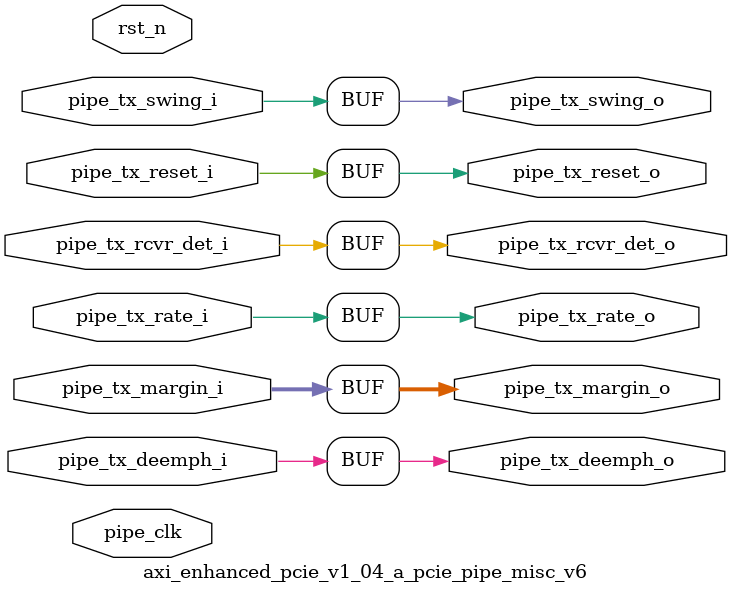
<source format=v>

`timescale 1ns/1ns

module axi_enhanced_pcie_v1_04_a_pcie_pipe_misc_v6 #
(
    parameter        PIPE_PIPELINE_STAGES = 0    // 0 - 0 stages, 1 - 1 stage, 2 - 2 stages
)
(

    input   wire        pipe_tx_rcvr_det_i       ,
    input   wire        pipe_tx_reset_i          ,
    input   wire        pipe_tx_rate_i           ,
    input   wire        pipe_tx_deemph_i         ,
    input   wire [2:0]  pipe_tx_margin_i         ,
    input   wire        pipe_tx_swing_i          ,

    output  wire        pipe_tx_rcvr_det_o       ,
    output  wire        pipe_tx_reset_o          ,
    output  wire        pipe_tx_rate_o           ,
    output  wire        pipe_tx_deemph_o         ,
    output  wire [2:0]  pipe_tx_margin_o         ,
    output  wire        pipe_tx_swing_o          ,
 
    input   wire        pipe_clk                , 
    input   wire        rst_n 
);

//******************************************************************//
// Reality check.                                                   //
//******************************************************************//

    localparam TCQ  = 1;      // clock to out delay model

    reg                pipe_tx_rcvr_det_q       ;
    reg                pipe_tx_reset_q          ;
    reg                pipe_tx_rate_q           ;
    reg                pipe_tx_deemph_q         ;
    reg [2:0]          pipe_tx_margin_q         ;
    reg                pipe_tx_swing_q          ;

    reg                pipe_tx_rcvr_det_qq      ;
    reg                pipe_tx_reset_qq         ;
    reg                pipe_tx_rate_qq          ;
    reg                pipe_tx_deemph_qq        ;
    reg [2:0]          pipe_tx_margin_qq        ;
    reg                pipe_tx_swing_qq         ;

    generate

      if (PIPE_PIPELINE_STAGES == 0) begin


        assign pipe_tx_rcvr_det_o = pipe_tx_rcvr_det_i;
        assign pipe_tx_reset_o  = pipe_tx_reset_i;
        assign pipe_tx_rate_o = pipe_tx_rate_i;
        assign pipe_tx_deemph_o = pipe_tx_deemph_i;
        assign pipe_tx_margin_o = pipe_tx_margin_i;
        assign pipe_tx_swing_o = pipe_tx_swing_i;

      end else if (PIPE_PIPELINE_STAGES == 1) begin

        always @(posedge pipe_clk) begin

          if (rst_n) begin

            pipe_tx_rcvr_det_q <= #TCQ 0;
            pipe_tx_reset_q  <= #TCQ 1'b1;
            pipe_tx_rate_q <= #TCQ 0;
            pipe_tx_deemph_q <= #TCQ 1'b1;
            pipe_tx_margin_q <= #TCQ 0;
            pipe_tx_swing_q <= #TCQ 0;

          end else begin
       
            pipe_tx_rcvr_det_q <= #TCQ pipe_tx_rcvr_det_i;
            pipe_tx_reset_q  <= #TCQ pipe_tx_reset_i;
            pipe_tx_rate_q <= #TCQ pipe_tx_rate_i;
            pipe_tx_deemph_q <= #TCQ pipe_tx_deemph_i;
            pipe_tx_margin_q <= #TCQ pipe_tx_margin_i;
            pipe_tx_swing_q <= #TCQ pipe_tx_swing_i;

          end
       
        end

        assign pipe_tx_rcvr_det_o = pipe_tx_rcvr_det_q;
        assign pipe_tx_reset_o  = pipe_tx_reset_q;
        assign pipe_tx_rate_o = pipe_tx_rate_q;
        assign pipe_tx_deemph_o = pipe_tx_deemph_q;
        assign pipe_tx_margin_o = pipe_tx_margin_q;
        assign pipe_tx_swing_o = pipe_tx_swing_q;

      end else if (PIPE_PIPELINE_STAGES == 2) begin

        always @(posedge pipe_clk) begin

          if (rst_n) begin

            pipe_tx_rcvr_det_q <= #TCQ 0;
            pipe_tx_reset_q  <= #TCQ 1'b1;
            pipe_tx_rate_q <= #TCQ 0;
            pipe_tx_deemph_q <= #TCQ 1'b1;
            pipe_tx_margin_q <= #TCQ 0;
            pipe_tx_swing_q <= #TCQ 0;

            pipe_tx_rcvr_det_qq <= #TCQ 0;
            pipe_tx_reset_qq  <= #TCQ 1'b1;
            pipe_tx_rate_qq <= #TCQ 0;
            pipe_tx_deemph_qq <= #TCQ 1'b1;
            pipe_tx_margin_qq <= #TCQ 0;
            pipe_tx_swing_qq <= #TCQ 0;

          end else begin
       
            pipe_tx_rcvr_det_q <= #TCQ pipe_tx_rcvr_det_i;
            pipe_tx_reset_q  <= #TCQ pipe_tx_reset_i;
            pipe_tx_rate_q <= #TCQ pipe_tx_rate_i;
            pipe_tx_deemph_q <= #TCQ pipe_tx_deemph_i;
            pipe_tx_margin_q <= #TCQ pipe_tx_margin_i;
            pipe_tx_swing_q <= #TCQ pipe_tx_swing_i;

            pipe_tx_rcvr_det_qq <= #TCQ pipe_tx_rcvr_det_q;
            pipe_tx_reset_qq  <= #TCQ pipe_tx_reset_q;
            pipe_tx_rate_qq <= #TCQ pipe_tx_rate_q;
            pipe_tx_deemph_qq <= #TCQ pipe_tx_deemph_q;
            pipe_tx_margin_qq <= #TCQ pipe_tx_margin_q;
            pipe_tx_swing_qq <= #TCQ pipe_tx_swing_q;

          end
       
        end

        assign pipe_tx_rcvr_det_o = pipe_tx_rcvr_det_qq;
        assign pipe_tx_reset_o  = pipe_tx_reset_qq;
        assign pipe_tx_rate_o = pipe_tx_rate_qq;
        assign pipe_tx_deemph_o = pipe_tx_deemph_qq;
        assign pipe_tx_margin_o = pipe_tx_margin_qq;
        assign pipe_tx_swing_o = pipe_tx_swing_qq;

      end

    endgenerate

endmodule

</source>
